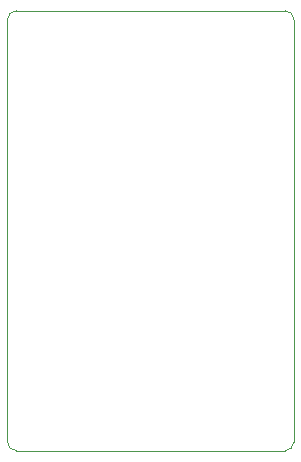
<source format=gm1>
%TF.GenerationSoftware,KiCad,Pcbnew,(5.1.10)-1*%
%TF.CreationDate,2021-09-09T19:01:00-06:00*%
%TF.ProjectId,NVRTC,4e565254-432e-46b6-9963-61645f706362,3*%
%TF.SameCoordinates,Original*%
%TF.FileFunction,Profile,NP*%
%FSLAX46Y46*%
G04 Gerber Fmt 4.6, Leading zero omitted, Abs format (unit mm)*
G04 Created by KiCad (PCBNEW (5.1.10)-1) date 2021-09-09 19:01:00*
%MOMM*%
%LPD*%
G01*
G04 APERTURE LIST*
%TA.AperFunction,Profile*%
%ADD10C,0.050000*%
%TD*%
G04 APERTURE END LIST*
D10*
X163250000Y-110905000D02*
G75*
G02*
X162500000Y-111655000I-750000J0D01*
G01*
X139750000Y-111655000D02*
G75*
G02*
X139000000Y-110905000I0J750000D01*
G01*
X139000000Y-75155000D02*
G75*
G02*
X139750000Y-74405000I750000J0D01*
G01*
X162500000Y-74405000D02*
G75*
G02*
X163250000Y-75155000I0J-750000D01*
G01*
X139000000Y-110905000D02*
X139000000Y-75155000D01*
X162500000Y-111655000D02*
X139750000Y-111655000D01*
X163250000Y-75155000D02*
X163250000Y-110905000D01*
X139750000Y-74405000D02*
X162500000Y-74405000D01*
M02*

</source>
